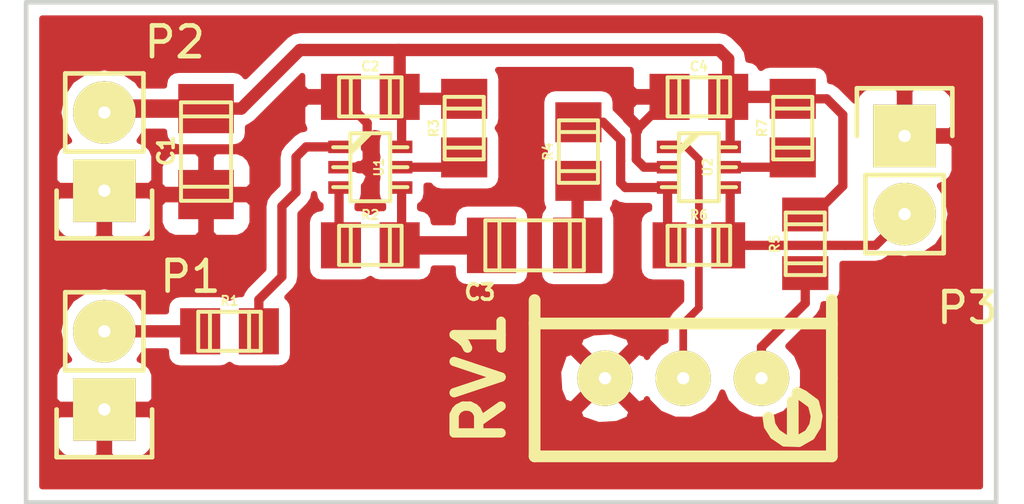
<source format=kicad_pcb>
(kicad_pcb (version 4) (host pcbnew 4.0.2-stable)

  (general
    (links 30)
    (no_connects 0)
    (area 121.844999 74.092999 153.491001 90.499001)
    (thickness 1.6)
    (drawings 4)
    (tracks 79)
    (zones 0)
    (modules 17)
    (nets 14)
  )

  (page A4)
  (layers
    (0 F.Cu signal)
    (31 B.Cu signal)
    (32 B.Adhes user)
    (33 F.Adhes user)
    (34 B.Paste user)
    (35 F.Paste user)
    (36 B.SilkS user)
    (37 F.SilkS user)
    (38 B.Mask user)
    (39 F.Mask user)
    (40 Dwgs.User user)
    (41 Cmts.User user)
    (42 Eco1.User user)
    (43 Eco2.User user)
    (44 Edge.Cuts user)
    (45 Margin user)
    (46 B.CrtYd user)
    (47 F.CrtYd user)
    (48 B.Fab user)
    (49 F.Fab user)
  )

  (setup
    (last_trace_width 0.3)
    (user_trace_width 0.3)
    (user_trace_width 0.4)
    (user_trace_width 0.6)
    (user_trace_width 0.8)
    (user_trace_width 1)
    (trace_clearance 0.2)
    (zone_clearance 0.35)
    (zone_45_only yes)
    (trace_min 0.2)
    (segment_width 0.2)
    (edge_width 0.15)
    (via_size 0.6)
    (via_drill 0.4)
    (via_min_size 0.4)
    (via_min_drill 0.3)
    (user_via 0.8 0.3)
    (user_via 1 0.3)
    (user_via 1.2 0.3)
    (uvia_size 0.3)
    (uvia_drill 0.1)
    (uvias_allowed no)
    (uvia_min_size 0.2)
    (uvia_min_drill 0.1)
    (pcb_text_width 0.3)
    (pcb_text_size 1.5 1.5)
    (mod_edge_width 0.15)
    (mod_text_size 1 1)
    (mod_text_width 0.15)
    (pad_size 1.1 1.4986)
    (pad_drill 0)
    (pad_to_mask_clearance 0.2)
    (aux_axis_origin 0 0)
    (visible_elements FFFFFF7F)
    (pcbplotparams
      (layerselection 0x00030_80000001)
      (usegerberextensions false)
      (excludeedgelayer true)
      (linewidth 0.100000)
      (plotframeref false)
      (viasonmask false)
      (mode 1)
      (useauxorigin false)
      (hpglpennumber 1)
      (hpglpenspeed 20)
      (hpglpendiameter 15)
      (hpglpenoverlay 2)
      (psnegative false)
      (psa4output false)
      (plotreference true)
      (plotvalue true)
      (plotinvisibletext false)
      (padsonsilk false)
      (subtractmaskfromsilk false)
      (outputformat 1)
      (mirror false)
      (drillshape 1)
      (scaleselection 1)
      (outputdirectory ""))
  )

  (net 0 "")
  (net 1 +5V)
  (net 2 GND)
  (net 3 "Net-(C3-Pad1)")
  (net 4 "Net-(C3-Pad2)")
  (net 5 "Net-(P1-Pad2)")
  (net 6 "Net-(P3-Pad2)")
  (net 7 "Net-(R1-Pad1)")
  (net 8 "Net-(R2-Pad2)")
  (net 9 "Net-(R3-Pad2)")
  (net 10 "Net-(R4-Pad1)")
  (net 11 "Net-(R5-Pad2)")
  (net 12 "Net-(R7-Pad2)")
  (net 13 "Net-(RV1-Pad2)")

  (net_class Default "This is the default net class."
    (clearance 0.2)
    (trace_width 0.25)
    (via_dia 0.6)
    (via_drill 0.4)
    (uvia_dia 0.3)
    (uvia_drill 0.1)
    (add_net +5V)
    (add_net GND)
    (add_net "Net-(C3-Pad1)")
    (add_net "Net-(C3-Pad2)")
    (add_net "Net-(P1-Pad2)")
    (add_net "Net-(P3-Pad2)")
    (add_net "Net-(R1-Pad1)")
    (add_net "Net-(R2-Pad2)")
    (add_net "Net-(R3-Pad2)")
    (add_net "Net-(R4-Pad1)")
    (add_net "Net-(R5-Pad2)")
    (add_net "Net-(R7-Pad2)")
    (add_net "Net-(RV1-Pad2)")
  )

  (module w_smd_cap:c_1206 (layer F.Cu) (tedit 490473F0) (tstamp 572F5D0C)
    (at 127.762 79.0194 90)
    (descr "SMT capacitor, 1206")
    (path /572F494B)
    (fp_text reference C1 (at 0.0254 -1.2954 90) (layer F.SilkS)
      (effects (font (size 0.50038 0.50038) (thickness 0.11938)))
    )
    (fp_text value 1u (at 0 1.27 90) (layer F.SilkS) hide
      (effects (font (size 0.50038 0.50038) (thickness 0.11938)))
    )
    (fp_line (start 1.143 0.8128) (end 1.143 -0.8128) (layer F.SilkS) (width 0.127))
    (fp_line (start -1.143 -0.8128) (end -1.143 0.8128) (layer F.SilkS) (width 0.127))
    (fp_line (start -1.6002 -0.8128) (end -1.6002 0.8128) (layer F.SilkS) (width 0.127))
    (fp_line (start -1.6002 0.8128) (end 1.6002 0.8128) (layer F.SilkS) (width 0.127))
    (fp_line (start 1.6002 0.8128) (end 1.6002 -0.8128) (layer F.SilkS) (width 0.127))
    (fp_line (start 1.6002 -0.8128) (end -1.6002 -0.8128) (layer F.SilkS) (width 0.127))
    (pad 1 smd rect (at 1.397 0 90) (size 1.6002 1.8034) (layers F.Cu F.Paste F.Mask)
      (net 1 +5V))
    (pad 2 smd rect (at -1.397 0 90) (size 1.6002 1.8034) (layers F.Cu F.Paste F.Mask)
      (net 2 GND))
    (model walter\smd_cap\c_1206.wrl
      (at (xyz 0 0 0))
      (scale (xyz 1 1 1))
      (rotate (xyz 0 0 0))
    )
  )

  (module w_smd_cap:c_0805 (layer F.Cu) (tedit 49047394) (tstamp 572F5D12)
    (at 133.096 77.2414)
    (descr "SMT capacitor, 0805")
    (path /572F4C5E)
    (fp_text reference C2 (at 0 -0.9906) (layer F.SilkS)
      (effects (font (size 0.29972 0.29972) (thickness 0.06096)))
    )
    (fp_text value 100n (at 0 0.9906) (layer F.SilkS) hide
      (effects (font (size 0.29972 0.29972) (thickness 0.06096)))
    )
    (fp_line (start 0.635 -0.635) (end 0.635 0.635) (layer F.SilkS) (width 0.127))
    (fp_line (start -0.635 -0.635) (end -0.635 0.6096) (layer F.SilkS) (width 0.127))
    (fp_line (start -1.016 -0.635) (end 1.016 -0.635) (layer F.SilkS) (width 0.127))
    (fp_line (start 1.016 -0.635) (end 1.016 0.635) (layer F.SilkS) (width 0.127))
    (fp_line (start 1.016 0.635) (end -1.016 0.635) (layer F.SilkS) (width 0.127))
    (fp_line (start -1.016 0.635) (end -1.016 -0.635) (layer F.SilkS) (width 0.127))
    (pad 1 smd rect (at 0.9525 0) (size 1.30048 1.4986) (layers F.Cu F.Paste F.Mask)
      (net 1 +5V))
    (pad 2 smd rect (at -0.9525 0) (size 1.30048 1.4986) (layers F.Cu F.Paste F.Mask)
      (net 2 GND))
    (model walter\smd_cap\c_0805.wrl
      (at (xyz 0 0 0))
      (scale (xyz 1 1 1))
      (rotate (xyz 0 0 0))
    )
  )

  (module w_smd_cap:c_1206 (layer F.Cu) (tedit 572F6447) (tstamp 572F5D18)
    (at 138.43 82.0674 180)
    (descr "SMT capacitor, 1206")
    (path /572F4EB2)
    (fp_text reference C3 (at 1.778 -1.524 180) (layer F.SilkS)
      (effects (font (size 0.50038 0.50038) (thickness 0.11938)))
    )
    (fp_text value >1u (at 0 1.27 180) (layer F.SilkS) hide
      (effects (font (size 0.50038 0.50038) (thickness 0.11938)))
    )
    (fp_line (start 1.143 0.8128) (end 1.143 -0.8128) (layer F.SilkS) (width 0.127))
    (fp_line (start -1.143 -0.8128) (end -1.143 0.8128) (layer F.SilkS) (width 0.127))
    (fp_line (start -1.6002 -0.8128) (end -1.6002 0.8128) (layer F.SilkS) (width 0.127))
    (fp_line (start -1.6002 0.8128) (end 1.6002 0.8128) (layer F.SilkS) (width 0.127))
    (fp_line (start 1.6002 0.8128) (end 1.6002 -0.8128) (layer F.SilkS) (width 0.127))
    (fp_line (start 1.6002 -0.8128) (end -1.6002 -0.8128) (layer F.SilkS) (width 0.127))
    (pad 1 smd rect (at 1.397 0 180) (size 1.6002 1.8034) (layers F.Cu F.Paste F.Mask)
      (net 3 "Net-(C3-Pad1)"))
    (pad 2 smd rect (at -1.397 0 180) (size 1.6002 1.8034) (layers F.Cu F.Paste F.Mask)
      (net 4 "Net-(C3-Pad2)"))
    (model walter\smd_cap\c_1206.wrl
      (at (xyz 0 0 0))
      (scale (xyz 1 1 1))
      (rotate (xyz 0 0 0))
    )
  )

  (module w_smd_cap:c_0805 (layer F.Cu) (tedit 49047394) (tstamp 572F5D1E)
    (at 143.764 77.2414)
    (descr "SMT capacitor, 0805")
    (path /572F56A6)
    (fp_text reference C4 (at 0 -0.9906) (layer F.SilkS)
      (effects (font (size 0.29972 0.29972) (thickness 0.06096)))
    )
    (fp_text value 100n (at 0 0.9906) (layer F.SilkS) hide
      (effects (font (size 0.29972 0.29972) (thickness 0.06096)))
    )
    (fp_line (start 0.635 -0.635) (end 0.635 0.635) (layer F.SilkS) (width 0.127))
    (fp_line (start -0.635 -0.635) (end -0.635 0.6096) (layer F.SilkS) (width 0.127))
    (fp_line (start -1.016 -0.635) (end 1.016 -0.635) (layer F.SilkS) (width 0.127))
    (fp_line (start 1.016 -0.635) (end 1.016 0.635) (layer F.SilkS) (width 0.127))
    (fp_line (start 1.016 0.635) (end -1.016 0.635) (layer F.SilkS) (width 0.127))
    (fp_line (start -1.016 0.635) (end -1.016 -0.635) (layer F.SilkS) (width 0.127))
    (pad 1 smd rect (at 0.9525 0) (size 1.30048 1.4986) (layers F.Cu F.Paste F.Mask)
      (net 1 +5V))
    (pad 2 smd rect (at -0.9525 0) (size 1.30048 1.4986) (layers F.Cu F.Paste F.Mask)
      (net 2 GND))
    (model walter\smd_cap\c_0805.wrl
      (at (xyz 0 0 0))
      (scale (xyz 1 1 1))
      (rotate (xyz 0 0 0))
    )
  )

  (module Pin_Headers:Pin_Header_Straight_1x02 (layer F.Cu) (tedit 572F6127) (tstamp 572F5D24)
    (at 124.46 87.4014 180)
    (descr "Through hole pin header")
    (tags "pin header")
    (path /572F4AA6)
    (fp_text reference P1 (at -2.794 4.318 180) (layer F.SilkS)
      (effects (font (size 1 1) (thickness 0.15)))
    )
    (fp_text value SIG_IN (at 2.54 1.27 270) (layer F.Fab)
      (effects (font (size 1 1) (thickness 0.15)))
    )
    (fp_line (start 1.27 1.27) (end 1.27 3.81) (layer F.SilkS) (width 0.15))
    (fp_line (start 1.55 -1.55) (end 1.55 0) (layer F.SilkS) (width 0.15))
    (fp_line (start -1.75 -1.75) (end -1.75 4.3) (layer F.CrtYd) (width 0.05))
    (fp_line (start 1.75 -1.75) (end 1.75 4.3) (layer F.CrtYd) (width 0.05))
    (fp_line (start -1.75 -1.75) (end 1.75 -1.75) (layer F.CrtYd) (width 0.05))
    (fp_line (start -1.75 4.3) (end 1.75 4.3) (layer F.CrtYd) (width 0.05))
    (fp_line (start 1.27 1.27) (end -1.27 1.27) (layer F.SilkS) (width 0.15))
    (fp_line (start -1.55 0) (end -1.55 -1.55) (layer F.SilkS) (width 0.15))
    (fp_line (start -1.55 -1.55) (end 1.55 -1.55) (layer F.SilkS) (width 0.15))
    (fp_line (start -1.27 1.27) (end -1.27 3.81) (layer F.SilkS) (width 0.15))
    (fp_line (start -1.27 3.81) (end 1.27 3.81) (layer F.SilkS) (width 0.15))
    (pad 1 thru_hole rect (at 0 0 180) (size 2.032 2.032) (drill 0.4) (layers *.Cu *.Mask F.SilkS)
      (net 2 GND))
    (pad 2 thru_hole oval (at 0 2.54 180) (size 2.032 2.032) (drill 0.4) (layers *.Cu *.Mask F.SilkS)
      (net 5 "Net-(P1-Pad2)"))
    (model Pin_Headers.3dshapes/Pin_Header_Straight_1x02.wrl
      (at (xyz 0 -0.05 0))
      (scale (xyz 1 1 1))
      (rotate (xyz 0 0 90))
    )
  )

  (module Pin_Headers:Pin_Header_Straight_1x02 (layer F.Cu) (tedit 572F6433) (tstamp 572F5D2A)
    (at 124.46 80.2894 180)
    (descr "Through hole pin header")
    (tags "pin header")
    (path /572F481A)
    (fp_text reference P2 (at -2.286 4.826 180) (layer F.SilkS)
      (effects (font (size 1 1) (thickness 0.15)))
    )
    (fp_text value POWER (at 2.54 1.27 270) (layer F.Fab)
      (effects (font (size 1 1) (thickness 0.15)))
    )
    (fp_line (start 1.27 1.27) (end 1.27 3.81) (layer F.SilkS) (width 0.15))
    (fp_line (start 1.55 -1.55) (end 1.55 0) (layer F.SilkS) (width 0.15))
    (fp_line (start -1.75 -1.75) (end -1.75 4.3) (layer F.CrtYd) (width 0.05))
    (fp_line (start 1.75 -1.75) (end 1.75 4.3) (layer F.CrtYd) (width 0.05))
    (fp_line (start -1.75 -1.75) (end 1.75 -1.75) (layer F.CrtYd) (width 0.05))
    (fp_line (start -1.75 4.3) (end 1.75 4.3) (layer F.CrtYd) (width 0.05))
    (fp_line (start 1.27 1.27) (end -1.27 1.27) (layer F.SilkS) (width 0.15))
    (fp_line (start -1.55 0) (end -1.55 -1.55) (layer F.SilkS) (width 0.15))
    (fp_line (start -1.55 -1.55) (end 1.55 -1.55) (layer F.SilkS) (width 0.15))
    (fp_line (start -1.27 1.27) (end -1.27 3.81) (layer F.SilkS) (width 0.15))
    (fp_line (start -1.27 3.81) (end 1.27 3.81) (layer F.SilkS) (width 0.15))
    (pad 1 thru_hole rect (at 0 0 180) (size 2.032 2.032) (drill 0.4) (layers *.Cu *.Mask F.SilkS)
      (net 2 GND))
    (pad 2 thru_hole oval (at 0 2.54 180) (size 2.032 2.032) (drill 0.4) (layers *.Cu *.Mask F.SilkS)
      (net 1 +5V))
    (model Pin_Headers.3dshapes/Pin_Header_Straight_1x02.wrl
      (at (xyz 0 -0.05 0))
      (scale (xyz 1 1 1))
      (rotate (xyz 0 0 90))
    )
  )

  (module Pin_Headers:Pin_Header_Straight_1x02 (layer F.Cu) (tedit 572F6437) (tstamp 572F5D30)
    (at 150.4442 78.5114)
    (descr "Through hole pin header")
    (tags "pin header")
    (path /572F52E4)
    (fp_text reference P3 (at 2.032 5.588) (layer F.SilkS)
      (effects (font (size 1 1) (thickness 0.15)))
    )
    (fp_text value SIG_OUT (at 3.048 1.524 90) (layer F.Fab)
      (effects (font (size 1 1) (thickness 0.15)))
    )
    (fp_line (start 1.27 1.27) (end 1.27 3.81) (layer F.SilkS) (width 0.15))
    (fp_line (start 1.55 -1.55) (end 1.55 0) (layer F.SilkS) (width 0.15))
    (fp_line (start -1.75 -1.75) (end -1.75 4.3) (layer F.CrtYd) (width 0.05))
    (fp_line (start 1.75 -1.75) (end 1.75 4.3) (layer F.CrtYd) (width 0.05))
    (fp_line (start -1.75 -1.75) (end 1.75 -1.75) (layer F.CrtYd) (width 0.05))
    (fp_line (start -1.75 4.3) (end 1.75 4.3) (layer F.CrtYd) (width 0.05))
    (fp_line (start 1.27 1.27) (end -1.27 1.27) (layer F.SilkS) (width 0.15))
    (fp_line (start -1.55 0) (end -1.55 -1.55) (layer F.SilkS) (width 0.15))
    (fp_line (start -1.55 -1.55) (end 1.55 -1.55) (layer F.SilkS) (width 0.15))
    (fp_line (start -1.27 1.27) (end -1.27 3.81) (layer F.SilkS) (width 0.15))
    (fp_line (start -1.27 3.81) (end 1.27 3.81) (layer F.SilkS) (width 0.15))
    (pad 1 thru_hole rect (at 0 0) (size 2.032 2.032) (drill 0.4) (layers *.Cu *.Mask F.SilkS)
      (net 2 GND))
    (pad 2 thru_hole oval (at 0 2.54) (size 2.032 2.032) (drill 0.4) (layers *.Cu *.Mask F.SilkS)
      (net 6 "Net-(P3-Pad2)"))
    (model Pin_Headers.3dshapes/Pin_Header_Straight_1x02.wrl
      (at (xyz 0 -0.05 0))
      (scale (xyz 1 1 1))
      (rotate (xyz 0 0 90))
    )
  )

  (module w_smd_resistors:r_0805 (layer F.Cu) (tedit 49047384) (tstamp 572F5D36)
    (at 128.524 84.8614)
    (descr "SMT resistor, 0805")
    (path /572F4589)
    (fp_text reference R1 (at 0 -0.9906) (layer F.SilkS)
      (effects (font (size 0.29972 0.29972) (thickness 0.06096)))
    )
    (fp_text value 10k (at 0 0.9906) (layer F.SilkS) hide
      (effects (font (size 0.29972 0.29972) (thickness 0.06096)))
    )
    (fp_line (start 0.635 -0.635) (end 0.635 0.635) (layer F.SilkS) (width 0.127))
    (fp_line (start -0.635 -0.635) (end -0.635 0.6096) (layer F.SilkS) (width 0.127))
    (fp_line (start -1.016 -0.635) (end 1.016 -0.635) (layer F.SilkS) (width 0.127))
    (fp_line (start 1.016 -0.635) (end 1.016 0.635) (layer F.SilkS) (width 0.127))
    (fp_line (start 1.016 0.635) (end -1.016 0.635) (layer F.SilkS) (width 0.127))
    (fp_line (start -1.016 0.635) (end -1.016 -0.635) (layer F.SilkS) (width 0.127))
    (pad 1 smd rect (at 0.9525 0) (size 1.30048 1.4986) (layers F.Cu F.Paste F.Mask)
      (net 7 "Net-(R1-Pad1)"))
    (pad 2 smd rect (at -0.9525 0) (size 1.30048 1.4986) (layers F.Cu F.Paste F.Mask)
      (net 5 "Net-(P1-Pad2)"))
    (model walter/smd_resistors/r_0805.wrl
      (at (xyz 0 0 0))
      (scale (xyz 1 1 1))
      (rotate (xyz 0 0 0))
    )
  )

  (module w_smd_resistors:r_0805 (layer F.Cu) (tedit 49047384) (tstamp 572F5D3C)
    (at 133.096 82.0674)
    (descr "SMT resistor, 0805")
    (path /572F45B6)
    (fp_text reference R2 (at 0 -0.9906) (layer F.SilkS)
      (effects (font (size 0.29972 0.29972) (thickness 0.06096)))
    )
    (fp_text value 10k (at 0 0.9906) (layer F.SilkS) hide
      (effects (font (size 0.29972 0.29972) (thickness 0.06096)))
    )
    (fp_line (start 0.635 -0.635) (end 0.635 0.635) (layer F.SilkS) (width 0.127))
    (fp_line (start -0.635 -0.635) (end -0.635 0.6096) (layer F.SilkS) (width 0.127))
    (fp_line (start -1.016 -0.635) (end 1.016 -0.635) (layer F.SilkS) (width 0.127))
    (fp_line (start 1.016 -0.635) (end 1.016 0.635) (layer F.SilkS) (width 0.127))
    (fp_line (start 1.016 0.635) (end -1.016 0.635) (layer F.SilkS) (width 0.127))
    (fp_line (start -1.016 0.635) (end -1.016 -0.635) (layer F.SilkS) (width 0.127))
    (pad 1 smd rect (at 0.9525 0) (size 1.30048 1.4986) (layers F.Cu F.Paste F.Mask)
      (net 3 "Net-(C3-Pad1)"))
    (pad 2 smd rect (at -0.9525 0) (size 1.30048 1.4986) (layers F.Cu F.Paste F.Mask)
      (net 8 "Net-(R2-Pad2)"))
    (model walter/smd_resistors/r_0805.wrl
      (at (xyz 0 0 0))
      (scale (xyz 1 1 1))
      (rotate (xyz 0 0 0))
    )
  )

  (module w_smd_resistors:r_0805 (layer F.Cu) (tedit 49047384) (tstamp 572F5D42)
    (at 136.144 78.2574 90)
    (descr "SMT resistor, 0805")
    (path /572F44C4)
    (fp_text reference R3 (at 0 -0.9906 90) (layer F.SilkS)
      (effects (font (size 0.29972 0.29972) (thickness 0.06096)))
    )
    (fp_text value 0 (at 0 0.9906 90) (layer F.SilkS) hide
      (effects (font (size 0.29972 0.29972) (thickness 0.06096)))
    )
    (fp_line (start 0.635 -0.635) (end 0.635 0.635) (layer F.SilkS) (width 0.127))
    (fp_line (start -0.635 -0.635) (end -0.635 0.6096) (layer F.SilkS) (width 0.127))
    (fp_line (start -1.016 -0.635) (end 1.016 -0.635) (layer F.SilkS) (width 0.127))
    (fp_line (start 1.016 -0.635) (end 1.016 0.635) (layer F.SilkS) (width 0.127))
    (fp_line (start 1.016 0.635) (end -1.016 0.635) (layer F.SilkS) (width 0.127))
    (fp_line (start -1.016 0.635) (end -1.016 -0.635) (layer F.SilkS) (width 0.127))
    (pad 1 smd rect (at 0.9525 0 90) (size 1.30048 1.4986) (layers F.Cu F.Paste F.Mask)
      (net 1 +5V))
    (pad 2 smd rect (at -0.9525 0 90) (size 1.30048 1.4986) (layers F.Cu F.Paste F.Mask)
      (net 9 "Net-(R3-Pad2)"))
    (model walter/smd_resistors/r_0805.wrl
      (at (xyz 0 0 0))
      (scale (xyz 1 1 1))
      (rotate (xyz 0 0 0))
    )
  )

  (module w_smd_resistors:r_0805 (layer F.Cu) (tedit 49047384) (tstamp 572F5D48)
    (at 139.8524 79.0194 90)
    (descr "SMT resistor, 0805")
    (path /572F5051)
    (fp_text reference R4 (at 0 -0.9906 90) (layer F.SilkS)
      (effects (font (size 0.29972 0.29972) (thickness 0.06096)))
    )
    (fp_text value 1k (at 0 0.9906 90) (layer F.SilkS) hide
      (effects (font (size 0.29972 0.29972) (thickness 0.06096)))
    )
    (fp_line (start 0.635 -0.635) (end 0.635 0.635) (layer F.SilkS) (width 0.127))
    (fp_line (start -0.635 -0.635) (end -0.635 0.6096) (layer F.SilkS) (width 0.127))
    (fp_line (start -1.016 -0.635) (end 1.016 -0.635) (layer F.SilkS) (width 0.127))
    (fp_line (start 1.016 -0.635) (end 1.016 0.635) (layer F.SilkS) (width 0.127))
    (fp_line (start 1.016 0.635) (end -1.016 0.635) (layer F.SilkS) (width 0.127))
    (fp_line (start -1.016 0.635) (end -1.016 -0.635) (layer F.SilkS) (width 0.127))
    (pad 1 smd rect (at 0.9525 0 90) (size 1.30048 1.4986) (layers F.Cu F.Paste F.Mask)
      (net 10 "Net-(R4-Pad1)"))
    (pad 2 smd rect (at -0.9525 0 90) (size 1.30048 1.4986) (layers F.Cu F.Paste F.Mask)
      (net 4 "Net-(C3-Pad2)"))
    (model walter/smd_resistors/r_0805.wrl
      (at (xyz 0 0 0))
      (scale (xyz 1 1 1))
      (rotate (xyz 0 0 0))
    )
  )

  (module w_smd_resistors:r_0805 (layer F.Cu) (tedit 572F68DE) (tstamp 572F5D4E)
    (at 147.2184 82.0166 90)
    (descr "SMT resistor, 0805")
    (path /572F59AA)
    (fp_text reference R5 (at 0 -0.9906 90) (layer F.SilkS)
      (effects (font (size 0.29972 0.29972) (thickness 0.06096)))
    )
    (fp_text value 470 (at 0 0.9906 90) (layer F.SilkS) hide
      (effects (font (size 0.29972 0.29972) (thickness 0.06096)))
    )
    (fp_line (start 0.635 -0.635) (end 0.635 0.635) (layer F.SilkS) (width 0.127))
    (fp_line (start -0.635 -0.635) (end -0.635 0.6096) (layer F.SilkS) (width 0.127))
    (fp_line (start -1.016 -0.635) (end 1.016 -0.635) (layer F.SilkS) (width 0.127))
    (fp_line (start 1.016 -0.635) (end 1.016 0.635) (layer F.SilkS) (width 0.127))
    (fp_line (start 1.016 0.635) (end -1.016 0.635) (layer F.SilkS) (width 0.127))
    (fp_line (start -1.016 0.635) (end -1.016 -0.635) (layer F.SilkS) (width 0.127))
    (pad 1 smd rect (at 0.9525 0 90) (size 1.1 1.4986) (layers F.Cu F.Paste F.Mask)
      (net 1 +5V))
    (pad 2 smd rect (at -0.9525 0 90) (size 1.1 1.4986) (layers F.Cu F.Paste F.Mask)
      (net 11 "Net-(R5-Pad2)"))
    (model walter/smd_resistors/r_0805.wrl
      (at (xyz 0 0 0))
      (scale (xyz 1 1 1))
      (rotate (xyz 0 0 0))
    )
  )

  (module w_smd_resistors:r_0805 (layer F.Cu) (tedit 572F6947) (tstamp 572F5D54)
    (at 143.764 82.0674)
    (descr "SMT resistor, 0805")
    (path /572F51FB)
    (fp_text reference R6 (at 0 -0.9906) (layer F.SilkS)
      (effects (font (size 0.29972 0.29972) (thickness 0.06096)))
    )
    (fp_text value 10k (at 0 0.9906) (layer F.SilkS) hide
      (effects (font (size 0.29972 0.29972) (thickness 0.06096)))
    )
    (fp_line (start 0.635 -0.635) (end 0.635 0.635) (layer F.SilkS) (width 0.127))
    (fp_line (start -0.635 -0.635) (end -0.635 0.6096) (layer F.SilkS) (width 0.127))
    (fp_line (start -1.016 -0.635) (end 1.016 -0.635) (layer F.SilkS) (width 0.127))
    (fp_line (start 1.016 -0.635) (end 1.016 0.635) (layer F.SilkS) (width 0.127))
    (fp_line (start 1.016 0.635) (end -1.016 0.635) (layer F.SilkS) (width 0.127))
    (fp_line (start -1.016 0.635) (end -1.016 -0.635) (layer F.SilkS) (width 0.127))
    (pad 1 smd rect (at 0.9525 0) (size 1.1 1.4986) (layers F.Cu F.Paste F.Mask)
      (net 6 "Net-(P3-Pad2)"))
    (pad 2 smd rect (at -0.9525 0) (size 1.1 1.4986) (layers F.Cu F.Paste F.Mask)
      (net 10 "Net-(R4-Pad1)"))
    (model walter/smd_resistors/r_0805.wrl
      (at (xyz 0 0 0))
      (scale (xyz 1 1 1))
      (rotate (xyz 0 0 0))
    )
  )

  (module w_smd_resistors:r_0805 (layer F.Cu) (tedit 49047384) (tstamp 572F5D5A)
    (at 146.812 78.2574 90)
    (descr "SMT resistor, 0805")
    (path /572F54C2)
    (fp_text reference R7 (at 0 -0.9906 90) (layer F.SilkS)
      (effects (font (size 0.29972 0.29972) (thickness 0.06096)))
    )
    (fp_text value 0 (at 0 0.9906 90) (layer F.SilkS) hide
      (effects (font (size 0.29972 0.29972) (thickness 0.06096)))
    )
    (fp_line (start 0.635 -0.635) (end 0.635 0.635) (layer F.SilkS) (width 0.127))
    (fp_line (start -0.635 -0.635) (end -0.635 0.6096) (layer F.SilkS) (width 0.127))
    (fp_line (start -1.016 -0.635) (end 1.016 -0.635) (layer F.SilkS) (width 0.127))
    (fp_line (start 1.016 -0.635) (end 1.016 0.635) (layer F.SilkS) (width 0.127))
    (fp_line (start 1.016 0.635) (end -1.016 0.635) (layer F.SilkS) (width 0.127))
    (fp_line (start -1.016 0.635) (end -1.016 -0.635) (layer F.SilkS) (width 0.127))
    (pad 1 smd rect (at 0.9525 0 90) (size 1.30048 1.4986) (layers F.Cu F.Paste F.Mask)
      (net 1 +5V))
    (pad 2 smd rect (at -0.9525 0 90) (size 1.30048 1.4986) (layers F.Cu F.Paste F.Mask)
      (net 12 "Net-(R7-Pad2)"))
    (model walter/smd_resistors/r_0805.wrl
      (at (xyz 0 0 0))
      (scale (xyz 1 1 1))
      (rotate (xyz 0 0 0))
    )
  )

  (module Potentiometer_RevB_02Aug2010:Potentiometer_Bourns_3296W_3-8Zoll_Inline_ScrewUp (layer F.Cu) (tedit 572F6439) (tstamp 572F5D61)
    (at 143.256 86.3854 90)
    (descr "Potentiometer, Trimmer, Bourns 3296W, 3/8 Inch, Inline, Screw up,")
    (tags "Potentiometer, Trimmer, Bourns 3296W, 3/8 Inch, Inline, Screw up")
    (path /572F583C)
    (fp_text reference RV1 (at 0 -6.604 90) (layer F.SilkS)
      (effects (font (thickness 0.3048)))
    )
    (fp_text value 1k (at 1.27 7.62 90) (layer F.SilkS) hide
      (effects (font (thickness 0.3048)))
    )
    (fp_line (start -2.032 3.556) (end -0.762 3.556) (layer F.SilkS) (width 0.381))
    (fp_line (start -1.2827 2.7686) (end -1.5367 2.8067) (layer F.SilkS) (width 0.381))
    (fp_line (start -1.5367 2.8067) (end -1.8161 2.9845) (layer F.SilkS) (width 0.381))
    (fp_line (start -1.8161 2.9845) (end -2.032 3.302) (layer F.SilkS) (width 0.381))
    (fp_line (start -2.032 3.302) (end -2.0447 3.7465) (layer F.SilkS) (width 0.381))
    (fp_line (start -2.0447 3.7465) (end -1.8415 4.1021) (layer F.SilkS) (width 0.381))
    (fp_line (start -1.8415 4.1021) (end -1.5494 4.2799) (layer F.SilkS) (width 0.381))
    (fp_line (start -1.5494 4.2799) (end -1.2319 4.3307) (layer F.SilkS) (width 0.381))
    (fp_line (start -1.2319 4.3307) (end -0.8255 4.2291) (layer F.SilkS) (width 0.381))
    (fp_line (start -0.8255 4.2291) (end -0.5715 3.8862) (layer F.SilkS) (width 0.381))
    (fp_line (start -0.5715 3.8862) (end -0.4826 3.7084) (layer F.SilkS) (width 0.381))
    (fp_line (start 1.778 -4.826) (end 1.778 4.826) (layer F.SilkS) (width 0.381))
    (fp_line (start -1.27 4.826) (end -2.54 4.826) (layer F.SilkS) (width 0.381))
    (fp_line (start -2.54 4.826) (end -2.54 -4.826) (layer F.SilkS) (width 0.381))
    (fp_line (start -2.54 -4.826) (end 2.54 -4.826) (layer F.SilkS) (width 0.381))
    (fp_line (start 2.54 4.826) (end 0 4.826) (layer F.SilkS) (width 0.381))
    (fp_line (start 0 4.826) (end -1.27 4.826) (layer F.SilkS) (width 0.381))
    (pad 2 thru_hole circle (at 0 0 90) (size 1.8 1.8) (drill 0.4) (layers *.Cu *.Mask F.SilkS)
      (net 13 "Net-(RV1-Pad2)"))
    (pad 3 thru_hole circle (at 0 -2.54 90) (size 1.8 1.8) (drill 0.4) (layers *.Cu *.Mask F.SilkS)
      (net 2 GND))
    (pad 1 thru_hole circle (at 0 2.54 90) (size 1.8 1.8) (drill 0.4) (layers *.Cu *.Mask F.SilkS)
      (net 11 "Net-(R5-Pad2)"))
  )

  (module w_smd_trans:sc70-6 (layer F.Cu) (tedit 490474FF) (tstamp 572F5D6B)
    (at 133.096 79.5274 270)
    (descr SC70-6)
    (path /572F4386)
    (fp_text reference U1 (at 0 -0.2794 270) (layer F.SilkS)
      (effects (font (size 0.29972 0.29972) (thickness 0.06096)))
    )
    (fp_text value MAX9617 (at 0 0.3556 270) (layer F.SilkS) hide
      (effects (font (size 0.29972 0.29972) (thickness 0.06096)))
    )
    (fp_line (start 0 -0.6477) (end 0 -1.2065) (layer F.SilkS) (width 0.127))
    (fp_line (start -0.4445 0.6477) (end -1.1049 -0.0127) (layer F.SilkS) (width 0.127))
    (fp_line (start -0.5969 0.6477) (end -1.1049 0.1524) (layer F.SilkS) (width 0.127))
    (fp_line (start 0.6477 -0.6477) (end 0.6477 -1.2065) (layer F.SilkS) (width 0.127))
    (fp_line (start -0.6477 -0.6477) (end -0.6477 -1.2065) (layer F.SilkS) (width 0.127))
    (fp_line (start 0 0.6477) (end 0 1.2065) (layer F.SilkS) (width 0.127))
    (fp_line (start 0.6477 0.6477) (end 0.6477 1.2065) (layer F.SilkS) (width 0.127))
    (fp_line (start -0.6477 0.6477) (end -0.6477 1.2065) (layer F.SilkS) (width 0.127))
    (fp_line (start -1.1049 -0.6477) (end 1.1049 -0.6477) (layer F.SilkS) (width 0.127))
    (fp_line (start 1.1049 -0.6477) (end 1.1049 0.6477) (layer F.SilkS) (width 0.127))
    (fp_line (start 1.1049 0.6477) (end -1.1049 0.6477) (layer F.SilkS) (width 0.127))
    (fp_line (start -1.1049 0.6477) (end -1.1049 -0.6477) (layer F.SilkS) (width 0.127))
    (pad 1 smd rect (at -0.6604 1.016 270) (size 0.4064 0.7) (layers F.Cu F.Paste F.Mask)
      (net 7 "Net-(R1-Pad1)"))
    (pad 3 smd rect (at 0.6604 1.016 270) (size 0.4064 0.7) (layers F.Cu F.Paste F.Mask)
      (net 8 "Net-(R2-Pad2)"))
    (pad 2 smd rect (at 0 1.016 270) (size 0.4064 0.7) (layers F.Cu F.Paste F.Mask)
      (net 2 GND))
    (pad 4 smd rect (at 0.6604 -1.016 270) (size 0.4064 0.7) (layers F.Cu F.Paste F.Mask)
      (net 3 "Net-(C3-Pad1)"))
    (pad 6 smd rect (at -0.6604 -1.016 270) (size 0.4064 0.7) (layers F.Cu F.Paste F.Mask)
      (net 1 +5V))
    (pad 5 smd rect (at 0 -1.016 270) (size 0.4064 0.7) (layers F.Cu F.Paste F.Mask)
      (net 9 "Net-(R3-Pad2)"))
    (model walter/smd_trans/sc70-6.wrl
      (at (xyz 0 0 0))
      (scale (xyz 1 1 1))
      (rotate (xyz 0 0 0))
    )
  )

  (module w_smd_trans:sc70-6 (layer F.Cu) (tedit 572F6055) (tstamp 572F5D75)
    (at 143.764 79.5274 270)
    (descr SC70-6)
    (path /572F4FD3)
    (fp_text reference U2 (at 0 -0.2794 270) (layer F.SilkS)
      (effects (font (size 0.29972 0.29972) (thickness 0.06096)))
    )
    (fp_text value MAX9617 (at 0 0.3556 270) (layer F.SilkS) hide
      (effects (font (size 0.29972 0.29972) (thickness 0.06096)))
    )
    (fp_line (start 0 -0.6477) (end 0 -1.2065) (layer F.SilkS) (width 0.127))
    (fp_line (start -0.4445 0.6477) (end -1.1049 -0.0127) (layer F.SilkS) (width 0.127))
    (fp_line (start -0.5969 0.6477) (end -1.1049 0.1524) (layer F.SilkS) (width 0.127))
    (fp_line (start 0.6477 -0.6477) (end 0.6477 -1.2065) (layer F.SilkS) (width 0.127))
    (fp_line (start -0.6477 -0.6477) (end -0.6477 -1.2065) (layer F.SilkS) (width 0.127))
    (fp_line (start 0 0.6477) (end 0 1.2065) (layer F.SilkS) (width 0.127))
    (fp_line (start 0.6477 0.6477) (end 0.6477 1.2065) (layer F.SilkS) (width 0.127))
    (fp_line (start -0.6477 0.6477) (end -0.6477 1.2065) (layer F.SilkS) (width 0.127))
    (fp_line (start -1.1049 -0.6477) (end 1.1049 -0.6477) (layer F.SilkS) (width 0.127))
    (fp_line (start 1.1049 -0.6477) (end 1.1049 0.6477) (layer F.SilkS) (width 0.127))
    (fp_line (start 1.1049 0.6477) (end -1.1049 0.6477) (layer F.SilkS) (width 0.127))
    (fp_line (start -1.1049 0.6477) (end -1.1049 -0.6477) (layer F.SilkS) (width 0.127))
    (pad 1 smd rect (at -0.6604 1.016 270) (size 0.4064 0.7) (layers F.Cu F.Paste F.Mask)
      (net 13 "Net-(RV1-Pad2)"))
    (pad 3 smd rect (at 0.6604 1.016 270) (size 0.4064 0.7) (layers F.Cu F.Paste F.Mask)
      (net 10 "Net-(R4-Pad1)"))
    (pad 2 smd rect (at 0 1.016 270) (size 0.4064 0.7) (layers F.Cu F.Paste F.Mask)
      (net 2 GND))
    (pad 4 smd rect (at 0.6604 -1.016 270) (size 0.4064 0.7) (layers F.Cu F.Paste F.Mask)
      (net 6 "Net-(P3-Pad2)"))
    (pad 6 smd rect (at -0.6604 -1.016 270) (size 0.4064 0.7) (layers F.Cu F.Paste F.Mask)
      (net 1 +5V))
    (pad 5 smd rect (at 0 -1.016 270) (size 0.4064 0.7) (layers F.Cu F.Paste F.Mask)
      (net 12 "Net-(R7-Pad2)"))
    (model walter/smd_trans/sc70-6.wrl
      (at (xyz 0 0 0))
      (scale (xyz 1 1 1))
      (rotate (xyz 0 0 0))
    )
  )

  (gr_line (start 153.416 74.168) (end 121.92 74.168) (angle 90) (layer Edge.Cuts) (width 0.15))
  (gr_line (start 153.416 90.424) (end 153.416 74.168) (angle 90) (layer Edge.Cuts) (width 0.15))
  (gr_line (start 121.92 90.424) (end 153.416 90.424) (angle 90) (layer Edge.Cuts) (width 0.15))
  (gr_line (start 121.92 74.168) (end 121.92 90.424) (angle 90) (layer Edge.Cuts) (width 0.15))

  (segment (start 147.2184 81.0641) (end 147.5105 81.0641) (width 0.3) (layer F.Cu) (net 1))
  (segment (start 147.5105 81.0641) (end 148.4376 80.137) (width 0.3) (layer F.Cu) (net 1) (tstamp 572F690A))
  (segment (start 148.4376 80.137) (end 148.4376 77.8256) (width 0.3) (layer F.Cu) (net 1) (tstamp 572F690B))
  (segment (start 148.4376 77.8256) (end 147.9169 77.3049) (width 0.3) (layer F.Cu) (net 1) (tstamp 572F690C))
  (segment (start 147.9169 77.3049) (end 146.812 77.3049) (width 0.3) (layer F.Cu) (net 1) (tstamp 572F690D))
  (segment (start 134.0104 75.7174) (end 144.4244 75.7174) (width 0.4) (layer F.Cu) (net 1))
  (segment (start 144.7165 76.0095) (end 144.7165 77.2414) (width 0.4) (layer F.Cu) (net 1) (tstamp 572F64C4))
  (segment (start 144.4244 75.7174) (end 144.7165 76.0095) (width 0.4) (layer F.Cu) (net 1) (tstamp 572F64BF))
  (segment (start 127.762 77.6224) (end 128.905 77.6224) (width 0.4) (layer F.Cu) (net 1))
  (segment (start 134.0485 75.7555) (end 134.0485 77.2414) (width 0.4) (layer F.Cu) (net 1) (tstamp 572F648E))
  (segment (start 134.0104 75.7174) (end 134.0485 75.7555) (width 0.4) (layer F.Cu) (net 1) (tstamp 572F648D))
  (segment (start 130.81 75.7174) (end 134.0104 75.7174) (width 0.4) (layer F.Cu) (net 1) (tstamp 572F648B))
  (segment (start 128.905 77.6224) (end 130.81 75.7174) (width 0.4) (layer F.Cu) (net 1) (tstamp 572F648A))
  (segment (start 144.78 78.867) (end 144.78 77.3049) (width 0.3) (layer F.Cu) (net 1))
  (segment (start 144.78 77.3049) (end 144.7165 77.2414) (width 0.3) (layer F.Cu) (net 1) (tstamp 572F62A3))
  (segment (start 144.7165 77.2414) (end 146.7485 77.2414) (width 0.4) (layer F.Cu) (net 1))
  (segment (start 146.7485 77.2414) (end 146.812 77.3049) (width 0.4) (layer F.Cu) (net 1) (tstamp 572F629B))
  (segment (start 134.112 78.867) (end 134.112 77.3049) (width 0.3) (layer F.Cu) (net 1))
  (segment (start 134.112 77.3049) (end 134.0485 77.2414) (width 0.3) (layer F.Cu) (net 1) (tstamp 572F6212))
  (segment (start 136.144 77.3049) (end 134.112 77.3049) (width 0.4) (layer F.Cu) (net 1))
  (segment (start 134.112 77.3049) (end 134.0485 77.2414) (width 0.3) (layer F.Cu) (net 1) (tstamp 572F620F))
  (segment (start 127.762 77.6224) (end 124.587 77.6224) (width 0.6) (layer F.Cu) (net 1))
  (segment (start 124.587 77.6224) (end 124.46 77.7494) (width 0.6) (layer F.Cu) (net 1) (tstamp 572F61FC))
  (segment (start 132.08 79.5274) (end 132.7912 79.5274) (width 0.3) (layer F.Cu) (net 2))
  (segment (start 132.7912 79.5274) (end 132.9944 79.3242) (width 0.3) (layer F.Cu) (net 2) (tstamp 572F64A2))
  (segment (start 132.9944 79.3242) (end 132.9944 78.0923) (width 0.3) (layer F.Cu) (net 2) (tstamp 572F64A4))
  (segment (start 132.9944 78.0923) (end 132.1435 77.2414) (width 0.3) (layer F.Cu) (net 2) (tstamp 572F64A6))
  (segment (start 141.732 78.3209) (end 141.732 78.1812) (width 0.4) (layer F.Cu) (net 2))
  (segment (start 141.732 78.1812) (end 141.478 77.9272) (width 0.4) (layer F.Cu) (net 2) (tstamp 572F675A))
  (segment (start 142.748 79.5274) (end 141.986 79.5274) (width 0.3) (layer F.Cu) (net 2))
  (segment (start 141.732 78.3209) (end 141.732 78.3209) (width 0.3) (layer F.Cu) (net 2) (tstamp 572F63DB))
  (segment (start 141.732 78.3209) (end 142.8115 77.2414) (width 0.3) (layer F.Cu) (net 2) (tstamp 572F6758))
  (segment (start 141.732 79.2734) (end 141.732 78.3209) (width 0.3) (layer F.Cu) (net 2) (tstamp 572F63DA))
  (segment (start 141.986 79.5274) (end 141.732 79.2734) (width 0.3) (layer F.Cu) (net 2) (tstamp 572F63D9))
  (segment (start 124.587 80.4164) (end 124.46 80.2894) (width 0.6) (layer F.Cu) (net 2) (tstamp 572F61F9))
  (segment (start 137.033 82.0674) (end 134.0485 82.0674) (width 0.6) (layer F.Cu) (net 3))
  (segment (start 134.112 80.1878) (end 134.112 82.0039) (width 0.3) (layer F.Cu) (net 3))
  (segment (start 134.112 82.0039) (end 134.0485 82.0674) (width 0.3) (layer F.Cu) (net 3) (tstamp 572F61F6))
  (segment (start 139.827 82.0674) (end 139.827 79.9973) (width 0.4) (layer F.Cu) (net 4))
  (segment (start 139.827 79.9973) (end 139.8524 79.9719) (width 0.4) (layer F.Cu) (net 4) (tstamp 572F65AB))
  (segment (start 139.7 81.9404) (end 139.827 82.0674) (width 0.4) (layer F.Cu) (net 4) (tstamp 572F62BF))
  (segment (start 124.46 84.8614) (end 127.5715 84.8614) (width 0.4) (layer F.Cu) (net 5))
  (segment (start 144.7165 82.0674) (end 148.5138 82.0674) (width 0.3) (layer F.Cu) (net 6))
  (segment (start 149.5044 82.0674) (end 150.4442 81.1276) (width 0.3) (layer F.Cu) (net 6) (tstamp 572F6902))
  (segment (start 148.5138 82.0674) (end 149.5044 82.0674) (width 0.3) (layer F.Cu) (net 6) (tstamp 572F6901))
  (segment (start 150.4442 81.1276) (end 150.4442 81.0514) (width 0.3) (layer F.Cu) (net 6) (tstamp 572F6903))
  (segment (start 144.78 80.1878) (end 144.78 82.0039) (width 0.3) (layer F.Cu) (net 6))
  (segment (start 144.78 82.0039) (end 144.7165 82.0674) (width 0.3) (layer F.Cu) (net 6) (tstamp 572F62F9))
  (segment (start 129.4765 84.8614) (end 129.4765 83.8327) (width 0.3) (layer F.Cu) (net 7))
  (segment (start 129.4765 83.8327) (end 130.2258 83.0834) (width 0.3) (layer F.Cu) (net 7) (tstamp 572F66CF))
  (segment (start 130.2258 83.0834) (end 130.2258 80.7974) (width 0.3) (layer F.Cu) (net 7) (tstamp 572F66D2))
  (segment (start 130.2258 80.7974) (end 130.683 80.3402) (width 0.3) (layer F.Cu) (net 7) (tstamp 572F66D4))
  (segment (start 130.683 80.3402) (end 130.683 79.1972) (width 0.3) (layer F.Cu) (net 7) (tstamp 572F66D5))
  (segment (start 130.683 79.1972) (end 131.0132 78.867) (width 0.3) (layer F.Cu) (net 7) (tstamp 572F66D6))
  (segment (start 131.0132 78.867) (end 132.08 78.867) (width 0.3) (layer F.Cu) (net 7) (tstamp 572F66D7))
  (segment (start 132.08 80.1878) (end 132.08 82.0039) (width 0.3) (layer F.Cu) (net 8))
  (segment (start 132.08 82.0039) (end 132.1435 82.0674) (width 0.3) (layer F.Cu) (net 8) (tstamp 572F61F3))
  (segment (start 134.112 79.5274) (end 135.8265 79.5274) (width 0.3) (layer F.Cu) (net 9))
  (segment (start 135.8265 79.5274) (end 136.144 79.2099) (width 0.3) (layer F.Cu) (net 9) (tstamp 572F620C))
  (segment (start 141.224 79.3242) (end 141.224 78.6384) (width 0.3) (layer F.Cu) (net 10))
  (segment (start 142.748 80.1878) (end 141.3764 80.1878) (width 0.3) (layer F.Cu) (net 10))
  (segment (start 141.3764 80.1878) (end 141.224 80.0354) (width 0.3) (layer F.Cu) (net 10) (tstamp 572F63B4))
  (segment (start 141.224 80.0354) (end 141.224 79.3242) (width 0.3) (layer F.Cu) (net 10))
  (segment (start 140.6525 78.0669) (end 139.8524 78.0669) (width 0.3) (layer F.Cu) (net 10) (tstamp 572F65B9))
  (segment (start 141.224 78.6384) (end 140.6525 78.0669) (width 0.3) (layer F.Cu) (net 10) (tstamp 572F65B8))
  (segment (start 139.9667 78.0669) (end 139.8524 78.0669) (width 0.3) (layer F.Cu) (net 10) (tstamp 572F65B2))
  (segment (start 142.748 80.1878) (end 142.748 82.0039) (width 0.3) (layer F.Cu) (net 10))
  (segment (start 142.748 82.0039) (end 142.8115 82.0674) (width 0.3) (layer F.Cu) (net 10) (tstamp 572F62F6))
  (segment (start 147.2184 82.9691) (end 147.2184 83.947) (width 0.3) (layer F.Cu) (net 11))
  (segment (start 145.796 85.3694) (end 145.796 86.3854) (width 0.3) (layer F.Cu) (net 11) (tstamp 572F6907))
  (segment (start 147.2184 83.947) (end 145.796 85.3694) (width 0.3) (layer F.Cu) (net 11) (tstamp 572F6906))
  (segment (start 145.8087 86.3981) (end 145.796 86.3854) (width 0.4) (layer F.Cu) (net 11) (tstamp 572F6630))
  (segment (start 144.78 79.5274) (end 146.4945 79.5274) (width 0.3) (layer F.Cu) (net 12))
  (segment (start 146.4945 79.5274) (end 146.812 79.2099) (width 0.3) (layer F.Cu) (net 12) (tstamp 572F62A6))
  (segment (start 142.748 78.867) (end 143.3576 78.867) (width 0.25) (layer F.Cu) (net 13))
  (segment (start 143.256 84.6074) (end 143.256 86.3854) (width 0.25) (layer F.Cu) (net 13) (tstamp 572F639E))
  (segment (start 143.764 84.0994) (end 143.256 84.6074) (width 0.25) (layer F.Cu) (net 13) (tstamp 572F639D))
  (segment (start 143.764 79.2734) (end 143.764 84.0994) (width 0.25) (layer F.Cu) (net 13) (tstamp 572F639B))
  (segment (start 143.3576 78.867) (end 143.764 79.2734) (width 0.25) (layer F.Cu) (net 13) (tstamp 572F6399))

  (zone (net 2) (net_name GND) (layer F.Cu) (tstamp 572F64FE) (hatch edge 0.508)
    (connect_pads (clearance 0.35))
    (min_thickness 0.2)
    (fill yes (arc_segments 16) (thermal_gap 0.508) (thermal_bridge_width 0.508))
    (polygon
      (pts
        (xy 153.416 90.424) (xy 121.92 90.424) (xy 121.92 74.168) (xy 153.416 74.168) (xy 153.416 90.424)
      )
    )
    (filled_polygon
      (pts
        (xy 152.891 89.899) (xy 122.445 89.899) (xy 122.445 87.7074) (xy 122.836 87.7074) (xy 122.836 88.538338)
        (xy 122.928562 88.761804) (xy 123.099595 88.932837) (xy 123.323061 89.0254) (xy 124.154 89.0254) (xy 124.306 88.8734)
        (xy 124.306 87.5554) (xy 124.614 87.5554) (xy 124.614 88.8734) (xy 124.766 89.0254) (xy 125.596939 89.0254)
        (xy 125.820405 88.932837) (xy 125.991438 88.761804) (xy 126.084 88.538338) (xy 126.084 87.7074) (xy 125.932 87.5554)
        (xy 124.614 87.5554) (xy 124.306 87.5554) (xy 122.988 87.5554) (xy 122.836 87.7074) (xy 122.445 87.7074)
        (xy 122.445 87.467951) (xy 139.851238 87.467951) (xy 139.941388 87.713562) (xy 140.508618 87.908893) (xy 141.10742 87.872286)
        (xy 141.490612 87.713562) (xy 141.580762 87.467951) (xy 140.716 86.603189) (xy 139.851238 87.467951) (xy 122.445 87.467951)
        (xy 122.445 80.5954) (xy 122.836 80.5954) (xy 122.836 81.426338) (xy 122.928562 81.649804) (xy 123.099595 81.820837)
        (xy 123.323061 81.9134) (xy 124.154 81.9134) (xy 124.306 81.7614) (xy 124.306 80.4434) (xy 124.614 80.4434)
        (xy 124.614 81.7614) (xy 124.766 81.9134) (xy 125.596939 81.9134) (xy 125.820405 81.820837) (xy 125.991438 81.649804)
        (xy 126.084 81.426338) (xy 126.084 80.7224) (xy 126.2523 80.7224) (xy 126.2523 81.337439) (xy 126.344863 81.560905)
        (xy 126.515896 81.731938) (xy 126.739362 81.8245) (xy 127.456 81.8245) (xy 127.608 81.6725) (xy 127.608 80.5704)
        (xy 127.916 80.5704) (xy 127.916 81.6725) (xy 128.068 81.8245) (xy 128.784638 81.8245) (xy 129.008104 81.731938)
        (xy 129.179137 81.560905) (xy 129.2717 81.337439) (xy 129.2717 80.7224) (xy 129.1197 80.5704) (xy 127.916 80.5704)
        (xy 127.608 80.5704) (xy 126.4043 80.5704) (xy 126.2523 80.7224) (xy 126.084 80.7224) (xy 126.084 80.5954)
        (xy 125.932 80.4434) (xy 124.614 80.4434) (xy 124.306 80.4434) (xy 122.988 80.4434) (xy 122.836 80.5954)
        (xy 122.445 80.5954) (xy 122.445 79.152462) (xy 122.836 79.152462) (xy 122.836 79.9834) (xy 122.988 80.1354)
        (xy 124.306 80.1354) (xy 124.306 80.1154) (xy 124.614 80.1154) (xy 124.614 80.1354) (xy 125.932 80.1354)
        (xy 126.084 79.9834) (xy 126.084 79.495361) (xy 126.2523 79.495361) (xy 126.2523 80.1104) (xy 126.4043 80.2624)
        (xy 127.608 80.2624) (xy 127.608 79.1603) (xy 127.916 79.1603) (xy 127.916 80.2624) (xy 129.1197 80.2624)
        (xy 129.2717 80.1104) (xy 129.2717 79.495361) (xy 129.179137 79.271895) (xy 129.008104 79.100862) (xy 128.784638 79.0083)
        (xy 128.068 79.0083) (xy 127.916 79.1603) (xy 127.608 79.1603) (xy 127.456 79.0083) (xy 126.739362 79.0083)
        (xy 126.515896 79.100862) (xy 126.344863 79.271895) (xy 126.2523 79.495361) (xy 126.084 79.495361) (xy 126.084 79.152462)
        (xy 125.991438 78.928996) (xy 125.820405 78.757963) (xy 125.603985 78.668318) (xy 125.80171 78.3724) (xy 126.401484 78.3724)
        (xy 126.401484 78.4225) (xy 126.432862 78.58926) (xy 126.531417 78.742419) (xy 126.681795 78.845168) (xy 126.8603 78.881316)
        (xy 128.6637 78.881316) (xy 128.83046 78.849938) (xy 128.983619 78.751383) (xy 129.086368 78.601005) (xy 129.122516 78.4225)
        (xy 129.122516 78.229134) (xy 129.153745 78.222922) (xy 129.364619 78.082019) (xy 130.88526 76.561379) (xy 130.88526 76.9354)
        (xy 131.03726 77.0874) (xy 131.9895 77.0874) (xy 131.9895 77.0674) (xy 132.2975 77.0674) (xy 132.2975 77.0874)
        (xy 132.3175 77.0874) (xy 132.3175 77.3954) (xy 132.2975 77.3954) (xy 132.2975 77.4154) (xy 131.9895 77.4154)
        (xy 131.9895 77.3954) (xy 131.03726 77.3954) (xy 130.88526 77.5474) (xy 130.88526 78.111638) (xy 130.954453 78.278685)
        (xy 130.783589 78.312672) (xy 130.588936 78.442736) (xy 130.258736 78.772936) (xy 130.128672 78.96759) (xy 130.083 79.1972)
        (xy 130.083 80.091672) (xy 129.801536 80.373136) (xy 129.671472 80.56779) (xy 129.6258 80.7974) (xy 129.6258 82.834872)
        (xy 129.052236 83.408436) (xy 128.922172 83.60309) (xy 128.912188 83.653284) (xy 128.82626 83.653284) (xy 128.6595 83.684662)
        (xy 128.52239 83.77289) (xy 128.400245 83.689432) (xy 128.22174 83.653284) (xy 126.92126 83.653284) (xy 126.7545 83.684662)
        (xy 126.601341 83.783217) (xy 126.498592 83.933595) (xy 126.462444 84.1121) (xy 126.462444 84.2114) (xy 125.78367 84.2114)
        (xy 125.52534 83.824781) (xy 125.049735 83.506993) (xy 124.488721 83.3954) (xy 124.431279 83.3954) (xy 123.870265 83.506993)
        (xy 123.39466 83.824781) (xy 123.076872 84.300386) (xy 122.965279 84.8614) (xy 123.076872 85.422414) (xy 123.316015 85.780318)
        (xy 123.099595 85.869963) (xy 122.928562 86.040996) (xy 122.836 86.264462) (xy 122.836 87.0954) (xy 122.988 87.2474)
        (xy 124.306 87.2474) (xy 124.306 87.2274) (xy 124.614 87.2274) (xy 124.614 87.2474) (xy 125.932 87.2474)
        (xy 126.084 87.0954) (xy 126.084 86.264462) (xy 126.048194 86.178018) (xy 139.192507 86.178018) (xy 139.229114 86.77682)
        (xy 139.387838 87.160012) (xy 139.633449 87.250162) (xy 140.498211 86.3854) (xy 139.633449 85.520638) (xy 139.387838 85.610788)
        (xy 139.192507 86.178018) (xy 126.048194 86.178018) (xy 125.991438 86.040996) (xy 125.820405 85.869963) (xy 125.603985 85.780318)
        (xy 125.78367 85.5114) (xy 126.462444 85.5114) (xy 126.462444 85.6107) (xy 126.493822 85.77746) (xy 126.592377 85.930619)
        (xy 126.742755 86.033368) (xy 126.92126 86.069516) (xy 128.22174 86.069516) (xy 128.3885 86.038138) (xy 128.52561 85.94991)
        (xy 128.647755 86.033368) (xy 128.82626 86.069516) (xy 130.12674 86.069516) (xy 130.2935 86.038138) (xy 130.446659 85.939583)
        (xy 130.549408 85.789205) (xy 130.585556 85.6107) (xy 130.585556 85.302849) (xy 139.851238 85.302849) (xy 140.716 86.167611)
        (xy 141.580762 85.302849) (xy 141.490612 85.057238) (xy 140.923382 84.861907) (xy 140.32458 84.898514) (xy 139.941388 85.057238)
        (xy 139.851238 85.302849) (xy 130.585556 85.302849) (xy 130.585556 84.1121) (xy 130.554178 83.94534) (xy 130.455623 83.792181)
        (xy 130.402111 83.755617) (xy 130.650064 83.507664) (xy 130.780128 83.31301) (xy 130.8258 83.0834) (xy 130.8258 81.045928)
        (xy 131.107264 80.764464) (xy 131.237328 80.569811) (xy 131.272016 80.395421) (xy 131.302562 80.55776) (xy 131.401117 80.710919)
        (xy 131.48 80.764818) (xy 131.48 80.861779) (xy 131.3265 80.890662) (xy 131.173341 80.989217) (xy 131.070592 81.139595)
        (xy 131.034444 81.3181) (xy 131.034444 82.8167) (xy 131.065822 82.98346) (xy 131.164377 83.136619) (xy 131.314755 83.239368)
        (xy 131.49326 83.275516) (xy 132.79374 83.275516) (xy 132.9605 83.244138) (xy 133.09761 83.15591) (xy 133.219755 83.239368)
        (xy 133.39826 83.275516) (xy 134.69874 83.275516) (xy 134.8655 83.244138) (xy 135.018659 83.145583) (xy 135.121408 82.995205)
        (xy 135.157414 82.8174) (xy 135.774084 82.8174) (xy 135.774084 82.9691) (xy 135.805462 83.13586) (xy 135.904017 83.289019)
        (xy 136.054395 83.391768) (xy 136.2329 83.427916) (xy 137.8331 83.427916) (xy 137.99986 83.396538) (xy 138.153019 83.297983)
        (xy 138.255768 83.147605) (xy 138.291916 82.9691) (xy 138.291916 81.1657) (xy 138.260538 80.99894) (xy 138.161983 80.845781)
        (xy 138.011605 80.743032) (xy 137.8331 80.706884) (xy 136.2329 80.706884) (xy 136.06614 80.738262) (xy 135.912981 80.836817)
        (xy 135.810232 80.987195) (xy 135.774084 81.1657) (xy 135.774084 81.3174) (xy 135.157424 81.3174) (xy 135.126178 81.15134)
        (xy 135.027623 80.998181) (xy 134.877245 80.895432) (xy 134.712 80.861969) (xy 134.712 80.764875) (xy 134.781919 80.719883)
        (xy 134.884668 80.569505) (xy 134.920816 80.391) (xy 134.920816 80.1274) (xy 135.031932 80.1274) (xy 135.065817 80.180059)
        (xy 135.216195 80.282808) (xy 135.3947 80.318956) (xy 136.8933 80.318956) (xy 137.06006 80.287578) (xy 137.213219 80.189023)
        (xy 137.315968 80.038645) (xy 137.352116 79.86014) (xy 137.352116 78.55966) (xy 137.320738 78.3929) (xy 137.23251 78.25579)
        (xy 137.315968 78.133645) (xy 137.352116 77.95514) (xy 137.352116 76.65466) (xy 137.320738 76.4879) (xy 137.243198 76.3674)
        (xy 141.554818 76.3674) (xy 141.55326 76.371162) (xy 141.55326 76.9354) (xy 141.70526 77.0874) (xy 142.6575 77.0874)
        (xy 142.6575 77.0674) (xy 142.9655 77.0674) (xy 142.9655 77.0874) (xy 142.9855 77.0874) (xy 142.9855 77.3954)
        (xy 142.9655 77.3954) (xy 142.9655 77.4154) (xy 142.6575 77.4154) (xy 142.6575 77.3954) (xy 141.70526 77.3954)
        (xy 141.55326 77.5474) (xy 141.55326 78.111638) (xy 141.558559 78.124431) (xy 141.076764 77.642636) (xy 141.060516 77.631779)
        (xy 141.060516 77.41666) (xy 141.029138 77.2499) (xy 140.930583 77.096741) (xy 140.780205 76.993992) (xy 140.6017 76.957844)
        (xy 139.1031 76.957844) (xy 138.93634 76.989222) (xy 138.783181 77.087777) (xy 138.680432 77.238155) (xy 138.644284 77.41666)
        (xy 138.644284 78.71714) (xy 138.675662 78.8839) (xy 138.76389 79.02101) (xy 138.680432 79.143155) (xy 138.644284 79.32166)
        (xy 138.644284 80.62214) (xy 138.675662 80.7889) (xy 138.706731 80.837183) (xy 138.604232 80.987195) (xy 138.568084 81.1657)
        (xy 138.568084 82.9691) (xy 138.599462 83.13586) (xy 138.698017 83.289019) (xy 138.848395 83.391768) (xy 139.0269 83.427916)
        (xy 140.6271 83.427916) (xy 140.79386 83.396538) (xy 140.947019 83.297983) (xy 141.049768 83.147605) (xy 141.085916 82.9691)
        (xy 141.085916 81.1657) (xy 141.054538 80.99894) (xy 140.974192 80.874079) (xy 141.024368 80.800645) (xy 141.049396 80.677051)
        (xy 141.14679 80.742128) (xy 141.3764 80.7878) (xy 142.148 80.7878) (xy 142.148 80.88064) (xy 142.09474 80.890662)
        (xy 141.941581 80.989217) (xy 141.838832 81.139595) (xy 141.802684 81.3181) (xy 141.802684 82.8167) (xy 141.834062 82.98346)
        (xy 141.932617 83.136619) (xy 142.082995 83.239368) (xy 142.2615 83.275516) (xy 143.189 83.275516) (xy 143.189 83.861227)
        (xy 142.849414 84.200814) (xy 142.724769 84.387357) (xy 142.681 84.6074) (xy 142.681 85.162283) (xy 142.492285 85.240258)
        (xy 142.112193 85.619688) (xy 142.079981 85.697263) (xy 142.044162 85.610788) (xy 141.798551 85.520638) (xy 140.933789 86.3854)
        (xy 141.798551 87.250162) (xy 142.044162 87.160012) (xy 142.076527 87.066027) (xy 142.110858 87.149115) (xy 142.490288 87.529207)
        (xy 142.98629 87.735165) (xy 143.523353 87.735634) (xy 144.019715 87.530542) (xy 144.399807 87.151112) (xy 144.526056 86.84707)
        (xy 144.650858 87.149115) (xy 145.030288 87.529207) (xy 145.52629 87.735165) (xy 146.063353 87.735634) (xy 146.559715 87.530542)
        (xy 146.939807 87.151112) (xy 147.145765 86.65511) (xy 147.146234 86.118047) (xy 146.941142 85.621685) (xy 146.666932 85.346996)
        (xy 147.642664 84.371264) (xy 147.772728 84.176611) (xy 147.81225 83.977916) (xy 147.9677 83.977916) (xy 148.13446 83.946538)
        (xy 148.287619 83.847983) (xy 148.390368 83.697605) (xy 148.426516 83.5191) (xy 148.426516 82.6674) (xy 149.5044 82.6674)
        (xy 149.73401 82.621728) (xy 149.928664 82.491664) (xy 149.987966 82.432362) (xy 150.415479 82.5174) (xy 150.472921 82.5174)
        (xy 151.033935 82.405807) (xy 151.50954 82.088019) (xy 151.827328 81.612414) (xy 151.938921 81.0514) (xy 151.827328 80.490386)
        (xy 151.588185 80.132482) (xy 151.804605 80.042837) (xy 151.975638 79.871804) (xy 152.0682 79.648338) (xy 152.0682 78.8174)
        (xy 151.9162 78.6654) (xy 150.5982 78.6654) (xy 150.5982 78.6854) (xy 150.2902 78.6854) (xy 150.2902 78.6654)
        (xy 150.2702 78.6654) (xy 150.2702 78.3574) (xy 150.2902 78.3574) (xy 150.2902 77.0394) (xy 150.5982 77.0394)
        (xy 150.5982 78.3574) (xy 151.9162 78.3574) (xy 152.0682 78.2054) (xy 152.0682 77.374462) (xy 151.975638 77.150996)
        (xy 151.804605 76.979963) (xy 151.581139 76.8874) (xy 150.7502 76.8874) (xy 150.5982 77.0394) (xy 150.2902 77.0394)
        (xy 150.1382 76.8874) (xy 149.307261 76.8874) (xy 149.083795 76.979963) (xy 148.912762 77.150996) (xy 148.824532 77.364004)
        (xy 148.341164 76.880636) (xy 148.14651 76.750572) (xy 148.020116 76.725431) (xy 148.020116 76.65466) (xy 147.988738 76.4879)
        (xy 147.890183 76.334741) (xy 147.739805 76.231992) (xy 147.5613 76.195844) (xy 146.0627 76.195844) (xy 145.89594 76.227222)
        (xy 145.779327 76.30226) (xy 145.695623 76.172181) (xy 145.545245 76.069432) (xy 145.36674 76.033284) (xy 145.3665 76.033284)
        (xy 145.3665 76.0095) (xy 145.317022 75.760756) (xy 145.288052 75.7174) (xy 145.17612 75.549881) (xy 144.884019 75.257781)
        (xy 144.673145 75.116878) (xy 144.631876 75.108669) (xy 144.4244 75.0674) (xy 130.81 75.0674) (xy 130.561256 75.116878)
        (xy 130.350381 75.25778) (xy 129.036904 76.571258) (xy 128.992583 76.502381) (xy 128.842205 76.399632) (xy 128.6637 76.363484)
        (xy 126.8603 76.363484) (xy 126.69354 76.394862) (xy 126.540381 76.493417) (xy 126.437632 76.643795) (xy 126.401484 76.8223)
        (xy 126.401484 76.8724) (xy 125.631994 76.8724) (xy 125.52534 76.712781) (xy 125.049735 76.394993) (xy 124.488721 76.2834)
        (xy 124.431279 76.2834) (xy 123.870265 76.394993) (xy 123.39466 76.712781) (xy 123.076872 77.188386) (xy 122.965279 77.7494)
        (xy 123.076872 78.310414) (xy 123.316015 78.668318) (xy 123.099595 78.757963) (xy 122.928562 78.928996) (xy 122.836 79.152462)
        (xy 122.445 79.152462) (xy 122.445 74.693) (xy 152.891 74.693)
      )
    )
    (filled_polygon
      (pts
        (xy 133.36797 78.443382) (xy 133.339332 78.485295) (xy 133.303184 78.6638) (xy 133.303184 79.0702) (xy 133.327958 79.201862)
        (xy 133.303184 79.3242) (xy 133.303184 79.7306) (xy 133.327958 79.862262) (xy 133.303184 79.9846) (xy 133.303184 80.391)
        (xy 133.334562 80.55776) (xy 133.433117 80.710919) (xy 133.512 80.764818) (xy 133.512 80.859284) (xy 133.39826 80.859284)
        (xy 133.2315 80.890662) (xy 133.09439 80.97889) (xy 132.972245 80.895432) (xy 132.79374 80.859284) (xy 132.68 80.859284)
        (xy 132.68 80.764875) (xy 132.749919 80.719883) (xy 132.852668 80.569505) (xy 132.888816 80.391) (xy 132.888816 80.131626)
        (xy 132.945437 80.075005) (xy 133.038 79.851539) (xy 133.038 79.781) (xy 132.886 79.629) (xy 132.706662 79.629)
        (xy 132.608505 79.561932) (xy 132.438273 79.527459) (xy 132.59676 79.497638) (xy 132.7084 79.4258) (xy 132.886 79.4258)
        (xy 133.038 79.2738) (xy 133.038 79.203261) (xy 132.945437 78.979795) (xy 132.888816 78.923174) (xy 132.888816 78.6638)
        (xy 132.876567 78.5987) (xy 132.914679 78.5987) (xy 133.138145 78.506137) (xy 133.229035 78.415247)
      )
    )
  )
)

</source>
